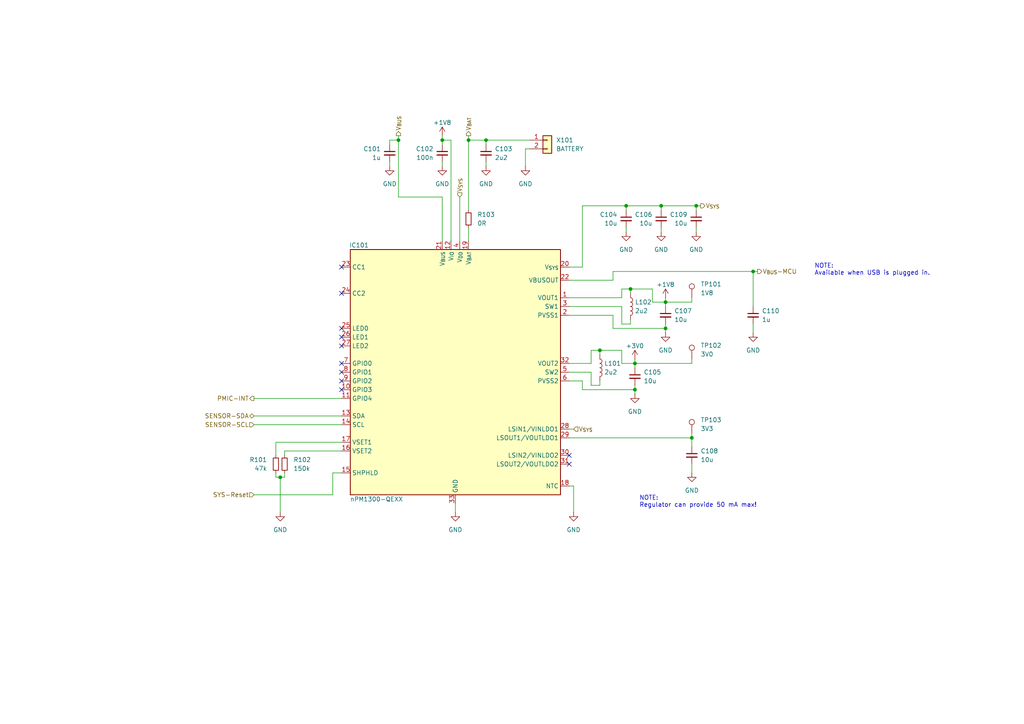
<source format=kicad_sch>
(kicad_sch (version 20231120) (generator "eeschema") (generator_version "8.0")
  (paper "A4")
  (title_block (title "ZSWatch v2") (date "2024-11-03") (rev "6") (company "github.com/jakkra/ZSWatch-HW"))
  (lib_symbols
    (symbol "Connector:TestPoint" (pin_numbers hide) (pin_names (offset 0.762) hide)
      (property "Reference" "TP" (at 0 6.858 0))
      (property "Value" "TestPoint" (at 0 5.08 0))
      (symbol "TestPoint_0_1"
        (circle (center 0 3.302) (radius 0.762))
      )
      (symbol "TestPoint_1_1"
        (pin passive line (at 0 0 90) (length 2.54) (name "1") (number "1"))
      )
    )
    (symbol "Connector_Generic:Conn_01x02" (pin_names (offset 1.016) hide)
      (property "Reference" "J" (at 0 2.54 0))
      (property "Value" "Conn_01x02" (at 0 -5.08 0))
      (symbol "Conn_01x02_1_1"
        (rectangle (start -1.27 -2.413) (end 0 -2.667) (stroke (width 0.1524)))
        (rectangle (start -1.27 0.127) (end 0 -0.127) (stroke (width 0.1524)))
        (rectangle (start -1.27 1.27) (end 1.27 -3.81) (stroke (width 0.254)) (fill (type background)))
        (pin passive line (at -5.08 0 0) (length 3.81) (name "Pin_1") (number "1"))
        (pin passive line (at -5.08 -2.54 0) (length 3.81) (name "Pin_2") (number "2"))
      )
    )
    (symbol "Device:C_Small" (pin_numbers hide) (pin_names (offset 0.254) hide)
      (property "Reference" "C" (at 0.254 1.778 0))
      (property "Value" "C_Small" (at 0.254 -2.032 0))
      (symbol "C_Small_0_1"
        (polyline (pts (xy -1.524 -0.508) (xy 1.524 -0.508)) (stroke (width 0.3302)))
        (polyline (pts (xy -1.524 0.508) (xy 1.524 0.508)) (stroke (width 0.3048)))
      )
      (symbol "C_Small_1_1"
        (pin passive line (at 0 2.54 270) (length 2.032) (name "~") (number "1"))
        (pin passive line (at 0 -2.54 90) (length 2.032) (name "~") (number "2"))
      )
    )
    (symbol "Device:L" (pin_numbers hide) (pin_names (offset 1.016) hide)
      (property "Reference" "L" (at -1.27 0 90))
      (property "Value" "L" (at 1.905 0 90))
      (symbol "L_0_1"
        (arc (start 0 -2.54) (mid 0.6323 -1.905) (end 0 -1.27))
        (arc (start 0 -1.27) (mid 0.6323 -0.635) (end 0 0))
        (arc (start 0 0) (mid 0.6323 0.635) (end 0 1.27))
        (arc (start 0 1.27) (mid 0.6323 1.905) (end 0 2.54))
      )
      (symbol "L_1_1"
        (pin passive line (at 0 3.81 270) (length 1.27) (name "1") (number "1"))
        (pin passive line (at 0 -3.81 90) (length 1.27) (name "2") (number "2"))
      )
    )
    (symbol "Device:R_Small" (pin_numbers hide) (pin_names (offset 0.254) hide)
      (property "Reference" "R" (at 0.762 0.508 0))
      (property "Value" "R_Small" (at 0.762 -1.016 0))
      (symbol "R_Small_0_1"
        (rectangle (start -0.762 1.778) (end 0.762 -1.778) (stroke (width 0.2032)))
      )
      (symbol "R_Small_1_1"
        (pin passive line (at 0 2.54 270) (length 0.762) (name "~") (number "1"))
        (pin passive line (at 0 -2.54 90) (length 0.762) (name "~") (number "2"))
      )
    )
    (symbol "Nordic:nPM1300-QEXX"
      (property "Reference" "IC" (at -29.845 36.83 0))
      (property "Value" "nPM1300-QEXX" (at -22.86 -36.83 0))
      (symbol "nPM1300-QEXX_1_0"
        (pin power_out line (at 33.02 21.59 180) (length 2.54) (name "VOUT1") (number "1"))
        (pin bidirectional line (at -33.02 -5.08 0) (length 2.54) (name "GPIO3") (number "10"))
        (pin bidirectional line (at -33.02 -7.62 0) (length 2.54) (name "GPIO4") (number "11"))
        (pin power_in line (at -1.27 38.1 270) (length 2.54) (name "V_{IO}") (number "12"))
        (pin bidirectional line (at -33.02 -12.7 0) (length 2.54) (name "SDA") (number "13"))
        (pin input line (at -33.02 -15.24 0) (length 2.54) (name "SCL") (number "14"))
        (pin input line (at -33.02 -29.21 0) (length 2.54) (name "SHPHLD") (number "15"))
        (pin input line (at -33.02 -22.86 0) (length 2.54) (name "VSET2") (number "16"))
        (pin input line (at -33.02 -20.32 0) (length 2.54) (name "VSET1") (number "17"))
        (pin input line (at 33.02 -33.02 180) (length 2.54) (name "NTC") (number "18"))
        (pin power_out line (at 3.81 38.1 270) (length 2.54) (name "V_{BAT}") (number "19"))
        (pin input line (at 33.02 16.51 180) (length 2.54) (name "PVSS1") (number "2"))
        (pin power_out line (at 33.02 30.48 180) (length 2.54) (name "V_{SYS}") (number "20"))
        (pin power_out line (at -3.81 38.1 270) (length 2.54) (name "V_{BUS}") (number "21"))
        (pin power_out line (at 33.02 26.67 180) (length 2.54) (name "VBUSOUT") (number "22"))
        (pin input line (at -33.02 30.48 0) (length 2.54) (name "CC1") (number "23"))
        (pin input line (at -33.02 22.86 0) (length 2.54) (name "CC2") (number "24"))
        (pin output line (at -33.02 12.7 0) (length 2.54) (name "LED0") (number "25"))
        (pin output line (at -33.02 10.16 0) (length 2.54) (name "LED1") (number "26"))
        (pin output line (at -33.02 7.62 0) (length 2.54) (name "LED2") (number "27"))
        (pin bidirectional line (at 33.02 -16.51 180) (length 2.54) (name "LSIN1/VINLDO1") (number "28"))
        (pin bidirectional line (at 33.02 -19.05 180) (length 2.54) (name "LSOUT1/VOUTLDO1") (number "29"))
        (pin input line (at 33.02 19.05 180) (length 2.54) (name "SW1") (number "3"))
        (pin bidirectional line (at 33.02 -24.13 180) (length 2.54) (name "LSIN2/VINLDO2") (number "30"))
        (pin bidirectional line (at 33.02 -26.67 180) (length 2.54) (name "LSOUT2/VOUTLDO2") (number "31"))
        (pin power_out line (at 33.02 2.54 180) (length 2.54) (name "VOUT2") (number "32"))
        (pin passive line (at 0 -38.1 90) (length 2.54) (name "GND") (number "33"))
        (pin power_in line (at 1.27 38.1 270) (length 2.54) (name "V_{DD}") (number "4"))
        (pin input line (at 33.02 0 180) (length 2.54) (name "SW2") (number "5"))
        (pin input line (at 33.02 -2.54 180) (length 2.54) (name "PVSS2") (number "6"))
        (pin bidirectional line (at -33.02 2.54 0) (length 2.54) (name "GPIO0") (number "7"))
        (pin bidirectional line (at -33.02 0 0) (length 2.54) (name "GPIO1") (number "8"))
        (pin bidirectional line (at -33.02 -2.54 0) (length 2.54) (name "GPIO2") (number "9"))
      )
      (symbol "nPM1300-QEXX_1_1"
        (rectangle (start -30.48 35.56) (end 30.48 -35.56) (stroke (width 0.254)) (fill (type background)))
      )
    )
    (symbol "power:+1V8" (power) (pin_numbers hide) (pin_names (offset 0) hide)
      (property "Value" "+1V8" (at 0 3.556 0))
      (symbol "+1V8_0_1"
        (polyline (pts (xy -0.762 1.27) (xy 0 2.54)))
        (polyline (pts (xy 0 0) (xy 0 2.54)))
        (polyline (pts (xy 0 2.54) (xy 0.762 1.27)))
      )
      (symbol "+1V8_1_1"
        (pin power_in line (at 0 0 90) (length 0) (name "~") (number "1"))
      )
    )
    (symbol "power:+3V0" (power) (pin_numbers hide) (pin_names (offset 0) hide)
      (property "Value" "+3V0" (at 0 3.556 0))
      (symbol "+3V0_0_1"
        (polyline (pts (xy -0.762 1.27) (xy 0 2.54)))
        (polyline (pts (xy 0 0) (xy 0 2.54)))
        (polyline (pts (xy 0 2.54) (xy 0.762 1.27)))
      )
      (symbol "+3V0_1_1"
        (pin power_in line (at 0 0 90) (length 0) (name "~") (number "1"))
      )
    )
    (symbol "power:GND" (power) (pin_numbers hide) (pin_names (offset 0) hide)
      (property "Value" "GND" (at 0 -3.81 0))
      (symbol "GND_0_1"
        (polyline (pts (xy 0 0) (xy 0 -1.27) (xy 1.27 -1.27) (xy 0 -2.54) (xy -1.27 -1.27) (xy 0 -1.27)))
      )
      (symbol "GND_1_1"
        (pin power_in line (at 0 0 270) (length 0) (name "~") (number "1"))
      )
    )
  )
  (junction (at 181.61 59.69))
  (junction (at 182.88 83.82))
  (junction (at 193.04 87.63))
  (junction (at 128.27 40.64))
  (junction (at 115.57 40.64))
  (junction (at 191.77 59.69))
  (junction (at 200.66 127))
  (junction (at 218.44 78.74))
  (junction (at 81.28 138.43))
  (junction (at 140.97 40.64))
  (junction (at 193.04 95.25))
  (junction (at 135.89 40.64))
  (junction (at 201.93 59.69))
  (junction (at 184.15 113.03))
  (junction (at 184.15 105.41))
  (junction (at 173.99 101.6))
  (no_connect (at 99.06 100.33))
  (no_connect (at 99.06 113.03))
  (no_connect (at 99.06 107.95))
  (no_connect (at 99.06 85.09))
  (no_connect (at 165.1 134.62))
  (no_connect (at 99.06 97.79))
  (no_connect (at 99.06 77.47))
  (no_connect (at 99.06 110.49))
  (no_connect (at 99.06 95.25))
  (no_connect (at 99.06 105.41))
  (no_connect (at 165.1 132.08))
  (wire (pts (xy 96.52 143.51) (xy 96.52 137.16)))
  (wire (pts (xy 180.34 101.6) (xy 180.34 105.41)))
  (wire (pts (xy 81.28 138.43) (xy 81.28 148.59)))
  (wire (pts (xy 140.97 40.64) (xy 140.97 41.91)))
  (wire (pts (xy 200.66 105.41) (xy 200.66 104.14)))
  (wire (pts (xy 201.93 59.69) (xy 201.93 60.96)))
  (wire (pts (xy 171.45 111.76) (xy 173.99 111.76)))
  (wire (pts (xy 135.89 40.64) (xy 135.89 60.96)))
  (wire (pts (xy 201.93 66.04) (xy 201.93 67.31)))
  (wire (pts (xy 73.66 143.51) (xy 96.52 143.51)))
  (wire (pts (xy 165.1 140.97) (xy 166.37 140.97)))
  (wire (pts (xy 189.23 83.82) (xy 189.23 87.63)))
  (wire (pts (xy 73.66 115.57) (xy 99.06 115.57)))
  (wire (pts (xy 180.34 83.82) (xy 182.88 83.82)))
  (wire (pts (xy 184.15 111.76) (xy 184.15 113.03)))
  (wire (pts (xy 218.44 78.74) (xy 218.44 88.9)))
  (wire (pts (xy 168.91 113.03) (xy 184.15 113.03)))
  (wire (pts (xy 193.04 87.63) (xy 193.04 88.9)))
  (wire (pts (xy 165.1 81.28) (xy 177.8 81.28)))
  (wire (pts (xy 80.01 137.16) (xy 80.01 138.43)))
  (wire (pts (xy 113.03 40.64) (xy 113.03 41.91)))
  (wire (pts (xy 173.99 111.76) (xy 173.99 110.49)))
  (wire (pts (xy 168.91 59.69) (xy 168.91 77.47)))
  (wire (pts (xy 135.89 40.64) (xy 140.97 40.64)))
  (wire (pts (xy 218.44 93.98) (xy 218.44 96.52)))
  (wire (pts (xy 81.28 138.43) (xy 82.55 138.43)))
  (wire (pts (xy 128.27 57.15) (xy 128.27 69.85)))
  (wire (pts (xy 193.04 87.63) (xy 200.66 87.63)))
  (wire (pts (xy 177.8 95.25) (xy 193.04 95.25)))
  (wire (pts (xy 96.52 137.16) (xy 99.06 137.16)))
  (wire (pts (xy 184.15 113.03) (xy 184.15 114.3)))
  (wire (pts (xy 177.8 78.74) (xy 218.44 78.74)))
  (wire (pts (xy 165.1 110.49) (xy 168.91 110.49)))
  (wire (pts (xy 200.66 125.73) (xy 200.66 127)))
  (wire (pts (xy 165.1 127) (xy 200.66 127)))
  (wire (pts (xy 73.66 120.65) (xy 99.06 120.65)))
  (wire (pts (xy 128.27 46.99) (xy 128.27 48.26)))
  (wire (pts (xy 180.34 105.41) (xy 184.15 105.41)))
  (wire (pts (xy 181.61 59.69) (xy 168.91 59.69)))
  (wire (pts (xy 113.03 46.99) (xy 113.03 48.26)))
  (wire (pts (xy 201.93 59.69) (xy 203.2 59.69)))
  (wire (pts (xy 171.45 105.41) (xy 171.45 101.6)))
  (wire (pts (xy 200.66 134.62) (xy 200.66 137.16)))
  (wire (pts (xy 171.45 101.6) (xy 173.99 101.6)))
  (wire (pts (xy 165.1 91.44) (xy 177.8 91.44)))
  (wire (pts (xy 180.34 88.9) (xy 180.34 93.98)))
  (wire (pts (xy 135.89 66.04) (xy 135.89 69.85)))
  (wire (pts (xy 166.37 140.97) (xy 166.37 148.59)))
  (wire (pts (xy 82.55 130.81) (xy 82.55 132.08)))
  (wire (pts (xy 132.08 146.05) (xy 132.08 148.59)))
  (wire (pts (xy 115.57 57.15) (xy 128.27 57.15)))
  (wire (pts (xy 165.1 124.46) (xy 166.37 124.46)))
  (wire (pts (xy 181.61 59.69) (xy 181.61 60.96)))
  (wire (pts (xy 115.57 39.37) (xy 115.57 40.64)))
  (wire (pts (xy 181.61 59.69) (xy 191.77 59.69)))
  (wire (pts (xy 165.1 86.36) (xy 180.34 86.36)))
  (wire (pts (xy 165.1 105.41) (xy 171.45 105.41)))
  (wire (pts (xy 182.88 93.98) (xy 182.88 92.71)))
  (wire (pts (xy 113.03 40.64) (xy 115.57 40.64)))
  (wire (pts (xy 181.61 66.04) (xy 181.61 67.31)))
  (wire (pts (xy 80.01 138.43) (xy 81.28 138.43)))
  (wire (pts (xy 184.15 105.41) (xy 200.66 105.41)))
  (wire (pts (xy 180.34 86.36) (xy 180.34 83.82)))
  (wire (pts (xy 191.77 59.69) (xy 201.93 59.69)))
  (wire (pts (xy 73.66 123.19) (xy 99.06 123.19)))
  (wire (pts (xy 99.06 130.81) (xy 82.55 130.81)))
  (wire (pts (xy 184.15 104.14) (xy 184.15 105.41)))
  (wire (pts (xy 173.99 101.6) (xy 180.34 101.6)))
  (wire (pts (xy 128.27 39.37) (xy 128.27 40.64)))
  (wire (pts (xy 189.23 87.63) (xy 193.04 87.63)))
  (wire (pts (xy 168.91 110.49) (xy 168.91 113.03)))
  (wire (pts (xy 173.99 101.6) (xy 173.99 102.87)))
  (wire (pts (xy 80.01 128.27) (xy 80.01 132.08)))
  (wire (pts (xy 82.55 138.43) (xy 82.55 137.16)))
  (wire (pts (xy 152.4 43.18) (xy 152.4 48.26)))
  (wire (pts (xy 128.27 41.91) (xy 128.27 40.64)))
  (wire (pts (xy 140.97 40.64) (xy 153.67 40.64)))
  (wire (pts (xy 184.15 105.41) (xy 184.15 106.68)))
  (wire (pts (xy 135.89 39.37) (xy 135.89 40.64)))
  (wire (pts (xy 165.1 77.47) (xy 168.91 77.47)))
  (wire (pts (xy 200.66 87.63) (xy 200.66 86.36)))
  (wire (pts (xy 191.77 59.69) (xy 191.77 60.96)))
  (wire (pts (xy 191.77 66.04) (xy 191.77 67.31)))
  (wire (pts (xy 140.97 46.99) (xy 140.97 48.26)))
  (wire (pts (xy 193.04 93.98) (xy 193.04 95.25)))
  (wire (pts (xy 165.1 107.95) (xy 171.45 107.95)))
  (wire (pts (xy 182.88 83.82) (xy 182.88 85.09)))
  (wire (pts (xy 171.45 107.95) (xy 171.45 111.76)))
  (wire (pts (xy 99.06 128.27) (xy 80.01 128.27)))
  (wire (pts (xy 200.66 127) (xy 200.66 129.54)))
  (wire (pts (xy 128.27 40.64) (xy 130.81 40.64)))
  (wire (pts (xy 177.8 81.28) (xy 177.8 78.74)))
  (wire (pts (xy 182.88 83.82) (xy 189.23 83.82)))
  (wire (pts (xy 130.81 40.64) (xy 130.81 69.85)))
  (wire (pts (xy 193.04 86.36) (xy 193.04 87.63)))
  (wire (pts (xy 153.67 43.18) (xy 152.4 43.18)))
  (wire (pts (xy 165.1 88.9) (xy 180.34 88.9)))
  (wire (pts (xy 177.8 91.44) (xy 177.8 95.25)))
  (wire (pts (xy 115.57 57.15) (xy 115.57 40.64)))
  (wire (pts (xy 193.04 95.25) (xy 193.04 96.52)))
  (wire (pts (xy 218.44 78.74) (xy 219.71 78.74)))
  (wire (pts (xy 180.34 93.98) (xy 182.88 93.98)))
  (wire (pts (xy 133.35 69.85) (xy 133.35 57.15)))
  (text "NOTE:\nAvailable when USB is plugged in." (at 236.22 80.01 0) (effects (font (size 1.27 1.27)) (justify left bottom)))
  (text "NOTE:\nRegulator can provide 50 mA max!" (at 185.42 147.32 0) (effects (font (size 1.27 1.27)) (justify left bottom)))
  (hierarchical_label "V_{SYS}" (shape output) (at 203.2 59.69 0))
  (hierarchical_label "V_{BAT}" (shape output) (at 135.89 39.37 90))
  (hierarchical_label "V_{BUS}-MCU" (shape output) (at 219.71 78.74 0))
  (hierarchical_label "SENSOR-SCL" (shape input) (at 73.66 123.19 180))
  (hierarchical_label "SENSOR-SDA" (shape bidirectional) (at 73.66 120.65 180))
  (hierarchical_label "V_{SYS}" (shape input) (at 166.37 124.46 0))
  (hierarchical_label "V_{BUS}" (shape output) (at 115.57 39.37 90))
  (hierarchical_label "V_{SYS}" (shape input) (at 133.35 57.15 90))
  (hierarchical_label "SYS-Reset" (shape input) (at 73.66 143.51 180))
  (hierarchical_label "PMIC-INT" (shape output) (at 73.66 115.57 180))
  (symbol (lib_id "Device:C_Small") (at 218.44 91.44 0) (mirror y) (unit 1)
    (property "Reference" "C110" (at 220.98 90.1763 0) (effects (justify right)))
    (property "Value" "1u" (at 220.98 92.7163 0) (effects (justify right)))
    (property "Footprint" "Capacitor_SMD:C_0603_1608Metric" (effects (hide yes)))
    (property "Datasheet" "https://www.mouser.de/datasheet/2/40/KGM_X7R-3223212.pdf" (effects (hide yes)))
    (property "Mfr." "KYOCERA AVX" (effects (hide yes)))
    (property "Mfr. No." "0603YC105JAT2A" (effects (hide yes)))
    (property "Distributor" "Mouser" (effects (hide yes)))
    (property "Order No." "581-0603YC105JAT2A" (effects (hide yes)))
  )
  (symbol (lib_id "power:GND") (at 184.15 114.3 0) (unit 1)
    (property "Reference" "#PWR0112" (effects (hide yes)))
    (property "Value" "GND" (at 184.15 119.38 0))
    (property "Description" "Power symbol creates a global label with name \"GND\" , ground" (effects (hide yes)))
  )
  (symbol (lib_id "Device:L") (at 173.99 106.68 0) (unit 1)
    (property "Reference" "L101" (at 175.26 105.41 0) (effects (justify left)))
    (property "Value" "2u2" (at 175.26 107.95 0) (effects (justify left)))
    (property "Footprint" "Inductor_SMD:L_0806_2016" (effects (hide yes)))
    (property "Datasheet" "https://www.mouser.de/datasheet/2/585/sems_s_a0006918008_1-2288745.pdf" (effects (hide yes)))
    (property "Mfr." "Samsung Electro-Mechanics" (effects (hide yes)))
    (property "Mfr. No." "CIGT201610EH2R2MNE" (effects (hide yes)))
    (property "Distributor" "Mouser" (effects (hide yes)))
    (property "Order No." "187-CIGT201610EH2R2MNE" (effects (hide yes)))
  )
  (symbol (lib_id "Device:C_Small") (at 113.03 44.45 0) (unit 1)
    (property "Reference" "C101" (at 110.49 43.1863 0) (effects (justify right)))
    (property "Value" "1u" (at 110.49 45.7263 0) (effects (justify right)))
    (property "Footprint" "Capacitor_SMD:C_0603_1608Metric" (effects (hide yes)))
    (property "Datasheet" "https://www.mouser.de/datasheet/2/40/KGM_X7R-3223212.pdf" (effects (hide yes)))
    (property "Mfr." "KYOCERA AVX" (effects (hide yes)))
    (property "Mfr. No." "0603YC105JAT2A" (effects (hide yes)))
    (property "Distributor" "Mouser" (effects (hide yes)))
    (property "Order No." "581-0603YC105JAT2A" (effects (hide yes)))
  )
  (symbol (lib_id "Device:C_Small") (at 184.15 109.22 0) (mirror y) (unit 1)
    (property "Reference" "C105" (at 186.69 107.9563 0) (effects (justify right)))
    (property "Value" "10u" (at 186.69 110.4963 0) (effects (justify right)))
    (property "Footprint" "Capacitor_SMD:C_0603_1608Metric" (effects (hide yes)))
    (property "Datasheet" "https://www.mouser.de/datasheet/2/40/CM_Series_e-2835982.pdf" (effects (hide yes)))
    (property "Mfr." "KYOCERA AVX" (effects (hide yes)))
    (property "Mfr. No." "CM105X5R106M25AT" (effects (hide yes)))
    (property "Distributor" "Mouser" (effects (hide yes)))
    (property "Order No." "346-CM105X5R106M25AT" (effects (hide yes)))
  )
  (symbol (lib_id "Device:R_Small") (at 82.55 134.62 180) (unit 1)
    (property "Reference" "R102" (at 85.09 133.35 0) (effects (justify right)))
    (property "Value" "150k" (at 85.09 135.89 0) (effects (justify right)))
    (property "Footprint" "Resistor_SMD:R_0603_1608Metric" (effects (hide yes)))
    (property "Datasheet" "https://www.mouser.de/datasheet/2/447/YAGEO_PYu_RC_Group_51_RoHS_L_12-3313492.pdf" (effects (hide yes)))
    (property "Distributor" "Mouser" (effects (hide yes)))
    (property "Mfr." "YAGEO" (effects (hide yes)))
    (property "Mfr. No." "RC0603FR-07150KL" (effects (hide yes)))
    (property "Order No." "603-RC0603FR-07150KL" (effects (hide yes)))
  )
  (symbol (lib_id "Connector:TestPoint") (at 200.66 125.73 0) (unit 1) (in_bom no)
    (property "Reference" "TP103" (at 203.2 121.793 0) (effects (justify left)))
    (property "Value" "3V3" (at 203.2 124.333 0) (effects (justify left)))
    (property "Footprint" "TestPoint:TestPoint_Pad_D1.0mm" (effects (hide yes)))
  )
  (symbol (lib_id "power:+1V8") (at 128.27 39.37 0) (unit 1)
    (property "Reference" "#PWR0104" (effects (hide yes)))
    (property "Value" "+1V8" (at 128.27 35.56 0))
    (property "Description" "Power symbol creates a global label with name \"+1V8\"" (effects (hide yes)))
  )
  (symbol (lib_id "Device:C_Small") (at 193.04 91.44 0) (mirror y) (unit 1)
    (property "Reference" "C107" (at 195.58 90.1763 0) (effects (justify right)))
    (property "Value" "10u" (at 195.58 92.7163 0) (effects (justify right)))
    (property "Footprint" "Capacitor_SMD:C_0603_1608Metric" (effects (hide yes)))
    (property "Datasheet" "https://www.mouser.de/datasheet/2/40/CM_Series_e-2835982.pdf" (effects (hide yes)))
    (property "Mfr." "KYOCERA AVX" (effects (hide yes)))
    (property "Mfr. No." "CM105X5R106M25AT" (effects (hide yes)))
    (property "Distributor" "Mouser" (effects (hide yes)))
    (property "Order No." "346-CM105X5R106M25AT" (effects (hide yes)))
  )
  (symbol (lib_id "power:GND") (at 191.77 67.31 0) (unit 1)
    (property "Reference" "#PWR0113" (effects (hide yes)))
    (property "Value" "GND" (at 191.77 72.39 0))
    (property "Description" "Power symbol creates a global label with name \"GND\" , ground" (effects (hide yes)))
  )
  (symbol (lib_id "Device:R_Small") (at 80.01 134.62 0) (mirror x) (unit 1)
    (property "Reference" "R101" (at 77.47 133.35 0) (effects (justify right)))
    (property "Value" "47k" (at 77.47 135.89 0) (effects (justify right)))
    (property "Footprint" "Resistor_SMD:R_0603_1608Metric" (effects (hide yes)))
    (property "Datasheet" "https://www.mouser.de/datasheet/2/447/YAGEO_PYu_RC_Group_51_RoHS_L_12-3313492.pdf" (effects (hide yes)))
    (property "Distributor" "Mouser" (effects (hide yes)))
    (property "Mfr." "YAGEO" (effects (hide yes)))
    (property "Mfr. No." "RC0603FR-0747KL" (effects (hide yes)))
    (property "Order No." "603-RC0603FR-0747KL" (effects (hide yes)))
  )
  (symbol (lib_id "Nordic:nPM1300-QEXX") (at 132.08 107.95 0) (unit 1)
    (property "Reference" "IC101" (at 104.14 71.12 0))
    (property "Value" "nPM1300-QEXX" (at 109.22 144.78 0))
    (property "Footprint" "Package_DFN_QFN:QFN-32-1EP_5x5mm_P0.5mm_EP3.6x3.6mm" (effects (hide yes)))
    (property "Datasheet" "https://docs.nordicsemi.com/category/npm1300-category" (effects (hide yes)))
    (property "Mfr." "Nordic Semiconductor" (effects (hide yes)))
    (property "Mfr. No." "nPM1300-QEAA-R7" (effects (hide yes)))
    (property "Distributor" "Mouser" (effects (hide yes)))
    (property "Order No." "949-NPM1300-QEAA-R7" (effects (hide yes)))
  )
  (symbol (lib_id "power:+3V0") (at 184.15 104.14 0) (unit 1)
    (property "Reference" "#PWR0111" (effects (hide yes)))
    (property "Value" "+3V0" (at 184.15 100.33 0))
    (property "Description" "Power symbol creates a global label with name \"+3V0\"" (effects (hide yes)))
  )
  (symbol (lib_id "Device:C_Small") (at 191.77 63.5 0) (unit 1)
    (property "Reference" "C106" (at 189.23 62.2363 0) (effects (justify right)))
    (property "Value" "10u" (at 189.23 64.7763 0) (effects (justify right)))
    (property "Footprint" "Capacitor_SMD:C_0603_1608Metric" (effects (hide yes)))
    (property "Datasheet" "https://www.mouser.de/datasheet/2/40/CM_Series_e-2835982.pdf" (effects (hide yes)))
    (property "Mfr." "KYOCERA AVX" (effects (hide yes)))
    (property "Mfr. No." "CM105X5R106M25AT" (effects (hide yes)))
    (property "Distributor" "Mouser" (effects (hide yes)))
    (property "Order No." "346-CM105X5R106M25AT" (effects (hide yes)))
  )
  (symbol (lib_id "power:GND") (at 152.4 48.26 0) (unit 1)
    (property "Reference" "#PWR0108" (effects (hide yes)))
    (property "Value" "GND" (at 152.4 53.34 0))
    (property "Description" "Power symbol creates a global label with name \"GND\" , ground" (effects (hide yes)))
  )
  (symbol (lib_id "power:GND") (at 201.93 67.31 0) (unit 1)
    (property "Reference" "#PWR0117" (effects (hide yes)))
    (property "Value" "GND" (at 201.93 72.39 0))
    (property "Description" "Power symbol creates a global label with name \"GND\" , ground" (effects (hide yes)))
  )
  (symbol (lib_id "Device:L") (at 182.88 88.9 0) (unit 1)
    (property "Reference" "L102" (at 184.15 87.63 0) (effects (justify left)))
    (property "Value" "2u2" (at 184.15 90.17 0) (effects (justify left)))
    (property "Footprint" "Inductor_SMD:L_0806_2016" (effects (hide yes)))
    (property "Datasheet" "https://www.mouser.de/datasheet/2/585/sems_s_a0006918008_1-2288745.pdf" (effects (hide yes)))
    (property "Mfr." "Samsung Electro-Mechanics" (effects (hide yes)))
    (property "Mfr. No." "CIGT201610EH2R2MNE" (effects (hide yes)))
    (property "Distributor" "Mouser" (effects (hide yes)))
    (property "Order No." "187-CIGT201610EH2R2MNE" (effects (hide yes)))
  )
  (symbol (lib_id "Connector_Generic:Conn_01x02") (at 158.75 40.64 0) (unit 1)
    (property "Reference" "X101" (at 161.29 40.64 0) (effects (justify left)))
    (property "Value" "BATTERY" (at 161.29 43.18 0) (effects (justify left)))
    (property "Footprint" "Molex:78171-0002" (effects (hide yes)))
    (property "Datasheet" "https://www.molex.com/en-us/products/part-detail/781710002?display=pdf" (effects (hide yes)))
    (property "Mfr." "Molex" (effects (hide yes)))
    (property "Mfr. No." "78171-0002" (effects (hide yes)))
    (property "Distributor" "Mouser" (effects (hide yes)))
    (property "Order No." "538-78171-0002" (effects (hide yes)))
  )
  (symbol (lib_id "power:GND") (at 132.08 148.59 0) (unit 1)
    (property "Reference" "#PWR0106" (effects (hide yes)))
    (property "Value" "GND" (at 132.08 153.67 0))
    (property "Description" "Power symbol creates a global label with name \"GND\" , ground" (effects (hide yes)))
  )
  (symbol (lib_id "Device:R_Small") (at 135.89 63.5 0) (mirror y) (unit 1)
    (property "Reference" "R103" (at 138.43 62.23 0) (effects (justify right)))
    (property "Value" "0R" (at 138.43 64.77 0) (effects (justify right)))
    (property "Footprint" "Resistor_SMD:R_0402_1005Metric" (effects (hide yes)))
    (property "Datasheet" "https://www.mouser.de/datasheet/2/54/cr-1858361.pdf" (effects (hide yes)))
    (property "Distributor" "Mouser" (effects (hide yes)))
    (property "Mfr." "Bourns" (effects (hide yes)))
    (property "Mfr. No." "CR0402-J/-000GLF" (effects (hide yes)))
    (property "Order No." "652-CR0603-J/-000ELF" (effects (hide yes)))
  )
  (symbol (lib_id "power:GND") (at 113.03 48.26 0) (unit 1)
    (property "Reference" "#PWR0102" (effects (hide yes)))
    (property "Value" "GND" (at 113.03 53.34 0))
    (property "Description" "Power symbol creates a global label with name \"GND\" , ground" (effects (hide yes)))
  )
  (symbol (lib_id "Device:C_Small") (at 181.61 63.5 0) (unit 1)
    (property "Reference" "C104" (at 179.07 62.2363 0) (effects (justify right)))
    (property "Value" "10u" (at 179.07 64.7763 0) (effects (justify right)))
    (property "Footprint" "Capacitor_SMD:C_0603_1608Metric" (effects (hide yes)))
    (property "Datasheet" "https://www.mouser.de/datasheet/2/40/CM_Series_e-2835982.pdf" (effects (hide yes)))
    (property "Mfr." "KYOCERA AVX" (effects (hide yes)))
    (property "Mfr. No." "CM105X5R106M25AT" (effects (hide yes)))
    (property "Distributor" "Mouser" (effects (hide yes)))
    (property "Order No." "346-CM105X5R106M25AT" (effects (hide yes)))
  )
  (symbol (lib_id "Device:C_Small") (at 140.97 44.45 0) (mirror y) (unit 1)
    (property "Reference" "C103" (at 143.51 43.1863 0) (effects (justify right)))
    (property "Value" "2u2" (at 143.51 45.7263 0) (effects (justify right)))
    (property "Footprint" "Capacitor_SMD:C_0603_1608Metric" (effects (hide yes)))
    (property "Datasheet" "https://www.mouser.de/datasheet/2/40/cx5r_KGM-3223198.pdf" (effects (hide yes)))
    (property "Mfr." "KYOCERA AVX" (effects (hide yes)))
    (property "Mfr. No." "06036D225KAT2A" (effects (hide yes)))
    (property "Distributor" "Mouser" (effects (hide yes)))
    (property "Order No." "581-06036D225KAT2A" (effects (hide yes)))
  )
  (symbol (lib_id "power:GND") (at 181.61 67.31 0) (unit 1)
    (property "Reference" "#PWR0110" (effects (hide yes)))
    (property "Value" "GND" (at 181.61 72.39 0))
    (property "Description" "Power symbol creates a global label with name \"GND\" , ground" (effects (hide yes)))
  )
  (symbol (lib_id "power:GND") (at 200.66 137.16 0) (unit 1)
    (property "Reference" "#PWR0116" (effects (hide yes)))
    (property "Value" "GND" (at 200.66 142.24 0))
    (property "Description" "Power symbol creates a global label with name \"GND\" , ground" (effects (hide yes)))
  )
  (symbol (lib_id "Device:C_Small") (at 200.66 132.08 0) (mirror y) (unit 1)
    (property "Reference" "C108" (at 203.2 130.8163 0) (effects (justify right)))
    (property "Value" "10u" (at 203.2 133.3563 0) (effects (justify right)))
    (property "Footprint" "Capacitor_SMD:C_0603_1608Metric" (effects (hide yes)))
    (property "Datasheet" "https://www.mouser.de/datasheet/2/40/CM_Series_e-2835982.pdf" (effects (hide yes)))
    (property "Mfr." "KYOCERA AVX" (effects (hide yes)))
    (property "Mfr. No." "CM105X5R106M25AT" (effects (hide yes)))
    (property "Distributor" "Mouser" (effects (hide yes)))
    (property "Order No." "346-CM105X5R106M25AT" (effects (hide yes)))
  )
  (symbol (lib_id "power:+1V8") (at 193.04 86.36 0) (unit 1)
    (property "Reference" "#PWR0114" (effects (hide yes)))
    (property "Value" "+1V8" (at 193.04 82.55 0))
    (property "Description" "Power symbol creates a global label with name \"+1V8\"" (effects (hide yes)))
  )
  (symbol (lib_id "Connector:TestPoint") (at 200.66 104.14 0) (unit 1) (in_bom no)
    (property "Reference" "TP102" (at 203.2 100.203 0) (effects (justify left)))
    (property "Value" "3V0" (at 203.2 102.743 0) (effects (justify left)))
    (property "Footprint" "TestPoint:TestPoint_Pad_D1.0mm" (effects (hide yes)))
  )
  (symbol (lib_id "power:GND") (at 218.44 96.52 0) (unit 1)
    (property "Reference" "#PWR0118" (effects (hide yes)))
    (property "Value" "GND" (at 218.44 101.6 0))
    (property "Description" "Power symbol creates a global label with name \"GND\" , ground" (effects (hide yes)))
  )
  (symbol (lib_id "Device:C_Small") (at 128.27 44.45 0) (unit 1)
    (property "Reference" "C102" (at 125.73 43.1863 0) (effects (justify right)))
    (property "Value" "100n" (at 125.73 45.7263 0) (effects (justify right)))
    (property "Footprint" "Capacitor_SMD:C_0603_1608Metric" (effects (hide yes)))
    (property "Datasheet" "https://www.mouser.de/datasheet/2/40/KGM_X7R-3223212.pdf" (effects (hide yes)))
    (property "Mfr." "KYOCERA AVX" (effects (hide yes)))
    (property "Mfr. No." "06035C104KAT2A" (effects (hide yes)))
    (property "Distributor" "Mouser" (effects (hide yes)))
    (property "Order No." "581-06035C104KAT2A" (effects (hide yes)))
  )
  (symbol (lib_id "Device:C_Small") (at 201.93 63.5 0) (unit 1)
    (property "Reference" "C109" (at 199.39 62.2363 0) (effects (justify right)))
    (property "Value" "10u" (at 199.39 64.7763 0) (effects (justify right)))
    (property "Footprint" "Capacitor_SMD:C_0603_1608Metric" (effects (hide yes)))
    (property "Datasheet" "https://www.mouser.de/datasheet/2/40/CM_Series_e-2835982.pdf" (effects (hide yes)))
    (property "Mfr." "KYOCERA AVX" (effects (hide yes)))
    (property "Mfr. No." "CM105X5R106M25AT" (effects (hide yes)))
    (property "Distributor" "Mouser" (effects (hide yes)))
    (property "Order No." "346-CM105X5R106M25AT" (effects (hide yes)))
  )
  (symbol (lib_id "power:GND") (at 166.37 148.59 0) (unit 1)
    (property "Reference" "#PWR0109" (effects (hide yes)))
    (property "Value" "GND" (at 166.37 153.67 0))
    (property "Description" "Power symbol creates a global label with name \"GND\" , ground" (effects (hide yes)))
  )
  (symbol (lib_id "power:GND") (at 140.97 48.26 0) (unit 1)
    (property "Reference" "#PWR0107" (effects (hide yes)))
    (property "Value" "GND" (at 140.97 53.34 0))
    (property "Description" "Power symbol creates a global label with name \"GND\" , ground" (effects (hide yes)))
  )
  (symbol (lib_id "Connector:TestPoint") (at 200.66 86.36 0) (unit 1) (in_bom no)
    (property "Reference" "TP101" (at 203.2 82.423 0) (effects (justify left)))
    (property "Value" "1V8" (at 203.2 84.963 0) (effects (justify left)))
    (property "Footprint" "TestPoint:TestPoint_Pad_D1.0mm" (effects (hide yes)))
  )
  (symbol (lib_id "power:GND") (at 193.04 96.52 0) (unit 1)
    (property "Reference" "#PWR0115" (effects (hide yes)))
    (property "Value" "GND" (at 193.04 101.6 0))
    (property "Description" "Power symbol creates a global label with name \"GND\" , ground" (effects (hide yes)))
  )
  (symbol (lib_id "power:GND") (at 128.27 48.26 0) (unit 1)
    (property "Reference" "#PWR0105" (effects (hide yes)))
    (property "Value" "GND" (at 128.27 53.34 0))
    (property "Description" "Power symbol creates a global label with name \"GND\" , ground" (effects (hide yes)))
  )
  (symbol (lib_id "power:GND") (at 81.28 148.59 0) (unit 1)
    (property "Reference" "#PWR0101" (effects (hide yes)))
    (property "Value" "GND" (at 81.28 153.67 0))
    (property "Description" "Power symbol creates a global label with name \"GND\" , ground" (effects (hide yes)))
  )
)
</source>
